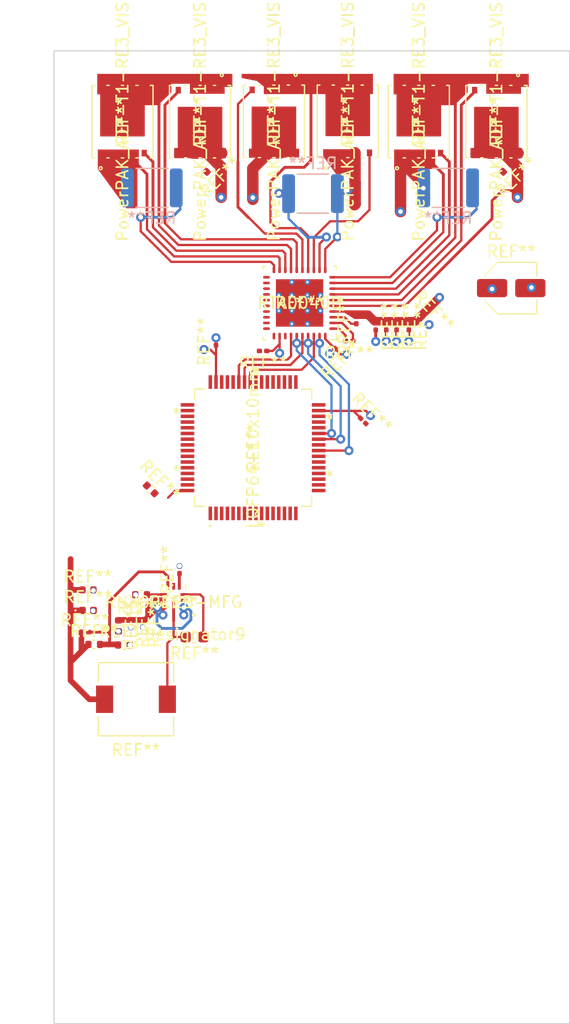
<source format=kicad_pcb>
(kicad_pcb (version 20211014) (generator pcbnew)
  (layers (0 "F.Cu" signal) (1 "In1.Cu" signal) (2 "In2.Cu" signal) (31 "B.Cu" signal) (34 "B.Paste" user) (35 "F.Paste" user) (36 "B.SilkS" user "B.Silkscreen") (37 "F.SilkS" user "F.Silkscreen") (38 "B.Mask" user) (39 "F.Mask" user) (44 "Edge.Cuts" user))
  (net 0 "")
  (footprint "Capacitor_SMD:C_0603_1608Metric" (layer "F.Cu") (at 155.085 116.12 180)
    (fp_text reference "REF**")
    (fp_text value "C_0603_1608Metric")
  )
  (footprint "Capacitor_SMD:C_0402_1005Metric" (layer "F.Cu") (at 175.264411 88.389411 -45)
    (fp_text reference "REF**")
    (fp_text value "C_0402_1005Metric")
  )
  (footprint "Capacitor_SMD:C_0402_1005Metric" (layer "F.Cu") (at 156.5 75.05 -135)
    (fp_text reference "REF**")
    (fp_text value "C_0402_1005Metric")
  )
  (footprint "Capacitor_SMD:C_0201_0603Metric" (layer "F.Cu") (at 145.5 115.695)
    (fp_text reference "REF**")
    (fp_text value "C_0201_0603Metric")
  )
  (footprint "DRV8323:DRV8323HRTAR" (layer "F.Cu") (at 164.3 86.875 180)
    (fp_text reference "REF**")
    (fp_text value "RTA0040B")
  )
  (footprint "Capacitor_SMD:C_0402_1005Metric" (layer "F.Cu") (at 182.475 75.05 -135)
    (fp_text reference "REF**")
    (fp_text value "C_0402_1005Metric")
  )
  (footprint "Capacitor_SMD:C_0201_0603Metric" (layer "F.Cu") (at 168.65 90.2 180)
    (fp_text reference "REF**")
    (fp_text value "C_0201_0603Metric")
  )
  (footprint "Capacitor_SMD:C_0201_0603Metric" (layer "F.Cu") (at 150.55 114.945 -90)
    (fp_text reference "REF**")
    (fp_text value "C_0201_0603Metric")
  )
  (footprint "Capacitor_SMD:C_0201_0603Metric" (layer "F.Cu") (at 167.175 91.1 -135)
    (fp_text reference "REF**")
    (fp_text value "C_0201_0603Metric")
  )
  (footprint "Capacitor_SMD:C_0201_0603Metric" (layer "F.Cu") (at 173.875 88.925 -90)
    (fp_text reference "REF**")
    (fp_text value "C_0201_0603Metric")
  )
  (footprint "Resistor_SMD:R_0402_1005Metric" (layer "F.Cu") (at 150.41 112.42 180)
    (fp_text reference "REF**")
    (fp_text value "R_0402_1005Metric")
  )
  (footprint "Capacitor_SMD:C_0201_0603Metric" (layer "F.Cu") (at 156.975 90.25 90)
    (fp_text reference "REF**")
    (fp_text value "C_0201_0603Metric")
  )
  (footprint "Capacitor_SMD:C_0201_0603Metric" (layer "F.Cu") (at 171.9 88.925 -90)
    (fp_text reference "REF**")
    (fp_text value "C_0201_0603Metric")
  )
  (footprint "Capacitor_SMD:C_0201_0603Metric" (layer "F.Cu") (at 169.875 97.2 -45)
    (fp_text reference "REF**")
    (fp_text value "C_0201_0603Metric")
  )
  (footprint "Capacitor_SMD:C_0201_0603Metric" (layer "F.Cu") (at 149.5 114.945 -90)
    (fp_text reference "REF**")
    (fp_text value "C_0201_0603Metric")
  )
  (footprint "lmr360:LMR36015SARNXR" (layer "F.Cu") (at 153.26 113.075001 180)
    (fp_text reference "REF**")
    (fp_text value "RNX0012B-MFG")
  )
  (footprint "stm32f405:STM32F405RGT6" (layer "F.Cu") (at 160.225 99.55 90)
    (fp_text reference "REF**")
    (fp_text value "LQFP64-10x10mm")
  )
  (footprint "Capacitor_SMD:C_0402_1005Metric" (layer "F.Cu") (at 148.425 115.145 -90)
    (fp_text reference "REF**")
    (fp_text value "C_0402_1005Metric")
  )
  (footprint "Capacitor_SMD:C_Elec_4x5.4" (layer "F.Cu") (at 182.85 85.575)
    (fp_text reference "REF**")
    (fp_text value "C_Elec_4x5.4")
  )
  (footprint "Capacitor_SMD:C_0402_1005Metric" (layer "F.Cu") (at 145.75 111.995)
    (fp_text reference "REF**")
    (fp_text value "C_0402_1005Metric")
  )
  (footprint "Inductor_SMD:L_6.3x6.3_H3" (layer "F.Cu") (at 149.96 121.57 180)
    (fp_text reference "REF**")
    (fp_text value "L_6.3x6.3_H3")
  )
  (footprint "SIDR:SIDR5802EP-T1-RE3" (layer "F.Cu") (at 181.55 71 -90)
    (fp_text reference "REF**")
    (fp_text value "PowerPAK_ADP-T1-RE3_VIS")
  )
  (footprint "SIDR:SIDR5802EP-T1-RE3" (layer "F.Cu") (at 174.75115 71 90)
    (fp_text reference "REF**")
    (fp_text value "PowerPAK_ADP-T1-RE3_VIS")
  )
  (footprint "Capacitor_SMD:C_0201_0603Metric" (layer "F.Cu") (at 161.1 91.075 180)
    (fp_text reference "REF**")
    (fp_text value "C_0201_0603Metric")
  )
  (footprint "SIDR:SIDR5802EP-T1-RE3" (layer "F.Cu") (at 155.575 71 -90)
    (fp_text reference "REF**")
    (fp_text value "PowerPAK_ADP-T1-RE3_VIS")
  )
  (footprint "SIDR:SIDR5802EP-T1-RE3" (layer "F.Cu") (at 168.525 70.975 90)
    (fp_text reference "REF**")
    (fp_text value "PowerPAK_ADP-T1-RE3_VIS")
  )
  (footprint "Resistor_SMD:R_0402_1005Metric" (layer "F.Cu") (at 148.9 116.82)
    (fp_text reference "REF**")
    (fp_text value "R_0402_1005Metric")
  )
  (footprint "Diode_SMD:D_0402_1005Metric" (layer "F.Cu") (at 145.75 113.795)
    (fp_text reference "REF**")
    (fp_text value "D_0402_1005Metric")
  )
  (footprint "Capacitor_SMD:C_0201_0603Metric" (layer "F.Cu") (at 153.775 110.245 90)
    (fp_text reference "REF**")
    (fp_text value "C_0201_0603Metric")
  )
  (footprint "Capacitor_SMD:C_0402_1005Metric" (layer "F.Cu") (at 151.25 103.2 -45)
    (fp_text reference "REF**")
    (fp_text value "C_0402_1005Metric")
  )
  (footprint "SIDR:SIDR5802EP-T1-RE3" (layer "F.Cu") (at 162.05 70.975 -90)
    (fp_text reference "REF**")
    (fp_text value "PowerPAK_ADP-T1-RE3_VIS")
  )
  (footprint "SIDR:SIDR5802EP-T1-RE3" (layer "F.Cu") (at 148.77615 71 90)
    (fp_text reference "REF**")
    (fp_text value "PowerPAK_ADP-T1-RE3_VIS")
  )
  (footprint "Capacitor_SMD:C_0201_0603Metric" (layer "F.Cu") (at 172.8 88.925 -90)
    (fp_text reference "REF**")
    (fp_text value "C_0201_0603Metric")
  )
  (footprint "Capacitor_SMD:C_0201_0603Metric" (layer "F.Cu") (at 170.975 88.925 -90)
    (fp_text reference "REF**")
    (fp_text value "C_0201_0603Metric")
  )
  (footprint "Resistor_SMD:R_0402_1005Metric" (layer "F.Cu") (at 146.3 116.77)
    (fp_text reference "REF**")
    (fp_text value "R_0402_1005Metric")
  )
  (footprint "Capacitor_SMD:C_0201_0603Metric" (layer "F.Cu") (at 169.275 88.375 90)
    (fp_text reference "REF**")
    (fp_text value "C_0201_0603Metric")
  )
  (footprint "Resistor_SMD:R_1812_4532Metric" (layer "B.Cu") (at 177.325 76.8)
    (fp_text reference "REF**")
    (fp_text value "R_1812_4532Metric")
  )
  (footprint "Resistor_SMD:R_1812_4532Metric" (layer "B.Cu") (at 151.35 76.8)
    (fp_text reference "REF**")
    (fp_text value "R_1812_4532Metric")
  )
  (footprint "Resistor_SMD:R_1812_4532Metric" (layer "B.Cu") (at 165.475 77.3 180)
    (fp_text reference "REF**")
    (fp_text value "R_1812_4532Metric")
  )
  (gr_poly (pts (xy 184.375 67.95) (xy 183.7 67.95) (xy 183.7 68.55) (xy 180.675 68.55) (xy 180.675 67.675) (xy 179.025 67.675) (xy 179.025 68.425) (xy 178.9 68.55) (xy 178.075 69.35) (xy 178.075 69.55) (xy 176.7 69.55) (xy 176.7 68.6) (xy 172.55 68.6) (xy 172.55 66.825) (xy 184.375 66.825)) (layer "F.Cu") (width 0.02) (fill solid))
  (gr_poly (pts (xy 183.725 74.1) (xy 179.375 74.1) (xy 179.375 73.4) (xy 183.725 73.4)) (layer "F.Cu") (width 0.2) (fill solid))
  (gr_poly (pts (xy 176.175 75.15) (xy 172.6 75.15) (xy 172.6 73.45) (xy 176.175 73.45)) (layer "F.Cu") (width 0.02) (fill solid))
  (gr_poly (pts (xy 150.2 75.15) (xy 146.625 75.15) (xy 146.625 73.45) (xy 150.2 73.45)) (layer "F.Cu") (width 0.02) (fill solid))
  (gr_poly (pts (xy 157.75 74.1) (xy 153.4 74.1) (xy 153.4 73.4) (xy 157.75 73.4)) (layer "F.Cu") (width 0.2) (fill solid))
  (gr_poly (pts (xy 164.249304 74.128007) (xy 159.874304 74.153007) (xy 159.875 73.375) (xy 164.25 73.375)) (layer "F.Cu") (width 0.02) (fill solid))
  (gr_poly (pts (xy 158.4 67.95) (xy 157.725 67.95) (xy 157.725 68.55) (xy 154.7 68.55) (xy 154.7 67.675) (xy 153.05 67.675) (xy 153.05 68.425) (xy 152.925 68.55) (xy 152.1 69.35) (xy 152.1 69.55) (xy 150.725 69.55) (xy 150.725 68.6) (xy 146.575 68.6) (xy 146.575 66.825) (xy 158.4 66.825)) (layer "F.Cu") (width 0.02) (fill solid))
  (gr_poly (pts (xy 169.475 88.275) (xy 169.1 88.275) (xy 168.225 87.725) (xy 168.225 87.525) (xy 169.475 87.525)) (layer "F.Cu") (width 0.002) (fill solid))
  (gr_poly (pts (xy 170.725 68.575) (xy 161.175 68.575) (xy 161.175 67.925) (xy 160.55 67.425) (xy 159.225 67.175) (xy 159.225 66.825) (xy 170.725 66.825)) (layer "F.Cu") (width 0.02) (fill solid))
  (gr_poly (pts (xy 154.075 103.45) (xy 153.875 103.45) (xy 153.675 103.4) (xy 153.675 103.2) (xy 153.875 103.15) (xy 154.075 103.15)) (layer "F.Cu") (width 0.002) (fill solid))
  (gr_poly (pts (xy 169.4 74.025) (xy 169.075 75.6) (xy 167.5 75.575) (xy 166.375 74.025) (xy 166.375 73.425) (xy 169.4 73.425)) (layer "F.Cu") (width 0.02) (fill solid))
  (gr_poly (pts (xy 150.075 78.575) (xy 149.125 78.575) (xy 146.625 75.15) (xy 150.075 75.15)) (layer "F.Cu") (width 0.02) (fill solid))
  (gr_rect (start 142.775 64.8) (end 187.975 149.975) (layer "Edge.Cuts") (width 0.1) (fill none))
  (segment (start 169.325 88.695) (end 168.82 88.695) (width 0.2) (layer "F.Cu") (net 0))
  (segment (start 164.025 80.8) (end 161.25 80.8) (width 0.2) (layer "F.Cu") (net 0))
  (segment (start 162.4 82.8) (end 153.3 82.8) (width 0.2) (layer "F.Cu") (net 0))
  (segment (start 153.675 81.8) (end 163.2 81.8) (width 0.2) (layer "F.Cu") (net 0))
  (segment (start 178.475 79.8) (end 178.475 79.65) (width 0.25) (layer "F.Cu") (net 0))
  (segment (start 164.375 80.325) (end 162.25 80.325) (width 0.2) (layer "F.Cu") (net 0))
  (segment (start 161.42 91.075) (end 161.95 91.075) (width 0.2) (layer "F.Cu") (net 0))
  (segment (start 162.685 73.729998) (end 161.570002 73.729998) (width 1) (layer "F.Cu") (net 0))
  (segment (start 166.550001 89.774999) (end 166.550001 90.025001) (width 0.2) (layer "F.Cu") (net 0))
  (segment (start 156.974999 93.800001) (end 156.974999 91.449999) (width 0.2) (layer "F.Cu") (net 0))
  (segment (start 152.35 110.42) (end 150.2 110.42) (width 0.25) (layer "F.Cu") (net 0))
  (segment (start 164.05 81.6) (end 163.75 81.3) (width 0.2) (layer "F.Cu") (net 0))
  (segment (start 164.7 75) (end 165.3 74.4) (width 0.25) (layer "F.Cu") (net 0))
  (segment (start 145.18 115.695) (end 145.18 117.365) (width 0.5) (layer "F.Cu") (net 0))
  (segment (start 145.15 120.845) (end 144.9 120.595) (width 0.5) (layer "F.Cu") (net 0))
  (segment (start 175.95 74.65) (end 176.9 75.6) (width 0.25) (layer "F.Cu") (net 0))
  (segment (start 165.974999 99.8) (end 168.625 99.8) (width 0.2) (layer "F.Cu") (net 0))
  (segment (start 147.65 116.77) (end 148.34 116.77) (width 0.5) (layer "F.Cu") (net 0))
  (segment (start 162.049999 83.549999) (end 161.775 83.275) (width 0.2) (layer "F.Cu") (net 0))
  (segment (start 163.550002 82.150002) (end 163.550002 83.975001) (width 0.2) (layer "F.Cu") (net 0))
  (segment (start 162.550001 89.774999) (end 162.550001 90.474999) (width 0.2) (layer "F.Cu") (net 0))
  (segment (start 150.375 80.6) (end 150.375 79.375) (width 0.2) (layer "F.Cu") (net 0))
  (segment (start 169.175 76.35) (end 169.175 78.225) (width 1) (layer "F.Cu") (net 0))
  (segment (start 170.3 87.9) (end 169.275 87.9) (width 0.75) (layer "F.Cu") (net 0))
  (segment (start 147.5 115.695) (end 147.65 115.545) (width 0.25) (layer "F.Cu") (net 0))
  (segment (start 175.575 85.1) (end 181.175 79.5) (width 0.25) (layer "F.Cu") (net 0))
  (segment (start 182.185 73.754998) (end 183.4 74.969998) (width 1) (layer "F.Cu") (net 0))
  (segment (start 168.33 89.705) (end 168.33 90.2) (width 0.2) (layer "F.Cu") (net 0))
  (segment (start 165.050001 83.975001) (end 165.050001 81.000001) (width 0.2) (layer "F.Cu") (net 0))
  (segment (start 170.43 78.72) (end 170.43 73.729998) (width 0.2) (layer "F.Cu") (net 0))
  (segment (start 183.4 77.05) (end 183.4 77.625) (width 1) (layer "F.Cu") (net 0))
  (segment (start 165.974999 98.3) (end 167.1 98.3) (width 0.2) (layer "F.Cu") (net 0))
  (segment (start 145.875 121.57) (end 145.15 120.845) (width 0.5) (layer "F.Cu") (net 0))
  (segment (start 152.5 69.55) (end 153.67 68.38) (width 0.25) (layer "F.Cu") (net 0))
  (segment (start 163.2 81.8) (end 163.550002 82.150002) (width 0.2) (layer "F.Cu") (net 0))
  (segment (start 145.775 116.77) (end 145.0125 117.5325) (width 0.5) (layer "F.Cu") (net 0))
  (segment (start 151.975 67.2) (end 151.975 79.575) (width 0.25) (layer "F.Cu") (net 0))
  (segment (start 144.225 119.92) (end 144.225 119.245) (width 0.5) (layer "F.Cu") (net 0))
  (segment (start 167.199999 89.125001) (end 167.750001 89.125001) (width 0.2) (layer "F.Cu") (net 0))
  (segment (start 167.199999 85.125001) (end 172.45 85.125) (width 0.2) (layer "F.Cu") (net 0))
  (segment (start 168.975 90.275) (end 169 90.3) (width 0.2) (layer "F.Cu") (net 0))
  (segment (start 167.199999 87.625001) (end 168.3 87.625) (width 0.2) (layer "F.Cu") (net 0))
  (segment (start 179.645 68.38) (end 179.645 68.245002) (width 0.25) (layer "F.Cu") (net 0))
  (segment (start 158.975 92.35) (end 158.975 93.800001) (width 0.2) (layer "F.Cu") (net 0))
  (segment (start 167.199999 86.125002) (end 167.200001 86.125) (width 0.2) (layer "F.Cu") (net 0))
  (segment (start 160.2 75.1) (end 160.2 77.65) (width 1) (layer "F.Cu") (net 0))
  (segment (start 144.225 113.645) (end 144.225 112.02) (width 0.5) (layer "F.Cu") (net 0))
  (segment (start 154.94 73.754998) (end 155.404998 73.754998) (width 0.75) (layer "F.Cu") (net 0))
  (segment (start 162.550001 83.975001) (end 162.550001 82.950001) (width 0.2) (layer "F.Cu") (net 0))
  (segment (start 145.265 113.795) (end 144.375 113.795) (width 0.5) (layer "F.Cu") (net 0))
  (segment (start 172.45 85.125) (end 176.9 80.675) (width 0.2) (layer "F.Cu") (net 0))
  (segment (start 178.475 69.55) (end 179.645 68.38) (width 0.25) (layer "F.Cu") (net 0))
  (segment (start 158.9 78.475) (end 159.825 79.4) (width 0.25) (layer "F.Cu") (net 0))
  (segment (start 166 96.325) (end 165.974999 96.299999) (width 0.2) (layer "F.Cu") (net 0))
  (segment (start 162.550001 90.474999) (end 162.55 91.275) (width 0.2) (layer "F.Cu") (net 0))
  (segment (start 152.5 79.65) (end 152.5 69.55) (width 0.25) (layer "F.Cu") (net 0))
  (segment (start 163.550002 91.524998) (end 163.25 91.825) (width 0.2) (layer "F.Cu") (net 0))
  (segment (start 164.05 83.975001) (end 164.05 81.6) (width 0.2) (layer "F.Cu") (net 0))
  (segment (start 176.65615 73.754998) (end 176.65615 73.78115) (width 0.25) (layer "F.Cu") (net 0))
  (segment (start 151.975 80.1) (end 153.675 81.8) (width 0.2) (layer "F.Cu") (net 0))
  (segment (start 144.375 113.795) (end 144.225 113.645) (width 0.5) (layer "F.Cu") (net 0))
  (segment (start 145.79 116.77) (end 145.775 116.77) (width 0.5) (layer "F.Cu") (net 0))
  (segment (start 176.5625 86.3875) (end 174.475 88.475) (width 0.75) (layer "F.Cu") (net 0))
  (segment (start 160.2 77.65) (end 160.2 77.8) (width 1) (layer "F.Cu") (net 0))
  (segment (start 153.67 68.38) (end 153.67 68.245002) (width 0.25) (layer "F.Cu") (net 0))
  (segment (start 151.025 114.195) (end 151.105001 114.275001) (width 0.5) (layer "F.Cu") (net 0))
  (segment (start 177.425 79.375) (end 177.425 74.523848) (width 0.25) (layer "F.Cu") (net 0))
  (segment (start 165.050001 81.000001) (end 164.375 80.325) (width 0.2) (layer "F.Cu") (net 0))
  (segment (start 152.71 116.67) (end 153.26 116.12) (width 0.2) (layer "F.Cu") (net 0))
  (segment (start 145.82 115.695) (end 147.5 115.695) (width 0.25) (layer "F.Cu") (net 0))
  (segment (start 177.95 81.15) (end 177.95 79.575) (width 0.2) (layer "F.Cu") (net 0))
  (segment (start 173.475 74.725) (end 175.15 76.4) (width 1) (layer "F.Cu") (net 0))
  (segment (start 157.425 74.969998) (end 157.425 77.625) (width 1) (layer "F.Cu") (net 0))
  (segment (start 162.049999 83.975001) (end 162.049999 83.549999) (width 0.2) (layer "F.Cu") (net 0))
  (segment (start 155.86 112.67) (end 155.585 112.395) (width 0.2) (layer "F.Cu") (net 0))
  (segment (start 152.359999 112.9) (end 151.545 112.9) (width 0.5) (layer "F.Cu") (net 0))
  (segment (start 164.475 92.725) (end 160.2 92.725) (width 0.2) (layer "F.Cu") (net 0))
  (segment (start 155.585 112.395) (end 154.165002 112.395) (width 0.2) (layer "F.Cu") (net 0))
  (segment (start 164.55 91.25) (end 164.55 89.774999) (width 0.2) (layer "F.Cu") (net 0))
  (segment (start 167.9 98.8) (end 167.95 98.8) (width 0.2) (layer "F.Cu") (net 0))
  (segment (start 168.975 89.575) (end 168.975 90.275) (width 0.2) (layer "F.Cu") (net 0))
  (segment (start 155.86 116.12) (end 155.86 112.67) (width 0.2) (layer "F.Cu") (net 0))
  (segment (start 172.975 86.125) (end 177.95 81.15) (width 0.2) (layer "F.Cu") (net 0))
  (segment (start 152.71 121.57) (end 152.71 116.67) (width 0.2) (layer "F.Cu") (net 0))
  (segment (start 153.759999 111.675001) (end 153.759999 110.604999) (width 0.25) (layer "F.Cu") (net 0))
  (segment (start 165.55 89.774999) (end 165.55 91.65) (width 0.2) (layer "F.Cu") (net 0))
  (segment (start 159.5 91.825) (end 158.975 92.35) (width 0.2) (layer "F.Cu") (net 0))
  (segment (start 153.26 113.863) (end 153.26 116.12) (width 0.2) (layer "F.Cu") (net 0))
  (segment (start 152.5 79.9) (end 152.5 79.65) (width 0.2) (layer "F.Cu") (net 0))
  (segment (start 181.175 79.5) (end 181.175 77.925) (width 0.25) (layer "F.Cu") (net 0))
  (segment (start 166.050002 89.774999) (end 166.050002 90.399998) (width 0.2) (layer "F.Cu") (net 0))
  (segment (start 162.8 82.3) (end 153.5 82.3) (width 0.2) (layer "F.Cu") (net 0))
  (segment (start 165.55 81.15) (end 166.975 79.725) (width 0.2) (layer "F.Cu") (net 0))
  (segment (start 150.68115 73.754998) (end 150.68115 73.78115) (width 0.25) (layer "F.Cu") (net 0))
  (segment (start 167.199999 84.624999) (end 172.225 84.625) (width 0.2) (layer "F.Cu") (net 0))
  (segment (start 151.975 79.575) (end 151.975 80.1) (width 0.2) (layer "F.Cu") (net 0))
  (segment (start 183.455 73.754998) (end 183.370002 73.754998) (width 1) (layer "F.Cu") (net 0))
  (segment (start 152.359999 113.550001) (end 151.830001 113.550001) (width 0.5) (layer "F.Cu") (net 0))
  (segment (start 167.199999 88.125) (end 168.25 88.125) (width 0.2) (layer "F.Cu") (net 0))
  (segment (start 161.95 91.075) (end 162.550001 90.474999) (width 0.2) (layer "F.Cu") (net 0))
  (segment (start 176.9 80.675) (end 176.9 79.175) (width 0.2) (layer "F.Cu") (net 0))
  (segment (start 165.55 91.65) (end 164.475 92.725) (width 0.2) (layer "F.Cu") (net 0))
  (segment (start 156.475 90.95) (end 155.925 90.95) (width 0.2) (layer "F.Cu") (net 0))
  (segment (start 167.750001 89.125001) (end 168.33 89.705) (width 0.2) (layer "F.Cu") (net 0))
  (segment (start 173.875 89.825) (end 173.875 90.225) (width 0.25) (layer "F.Cu") (net 0))
  (segment (start 150.925 80.425) (end 150.925 79.175) (width 0.2) (layer "F.Cu") (net 0))
  (segment (start 178.475 81.4) (end 178.475 79.65) (width 0.2) (layer "F.Cu") (net 0))
  (segment (start 173.875 89.245) (end 173.875 89.825) (width 0.25) (layer "F.Cu") (net 0))
  (segment (start 150.939999 112.400001) (end 150.92 112.42) (width 0.2) (layer "F.Cu") (net 0))
  (segment (start 177.925 67.175) (end 177.95 67.2) (width 0.25) (layer "F.Cu") (net 0))
  (segment (start 153.05 83.275) (end 150.375 80.6) (width 0.2) (layer "F.Cu") (net 0))
  (segment (start 151.45 79.375) (end 151.45 74.523848) (width 0.25) (layer "F.Cu") (net 0))
  (segment (start 183.4 74.969998) (end 183.4 77.05) (width 1) (layer "F.Cu") (net 0))
  (segment (start 160.145 68.220002) (end 158.9 69.465002) (width 0.2) (layer "F.Cu") (net 0))
  (segment (start 165.025 68.275) (end 165.025 68.025) (width 0.25) (layer "F.Cu") (net 0))
  (segment (start 154.94 73.754998) (end 155.579998 73.754998) (width 1) (layer "F.Cu") (net 0))
  (segment (start 161.25 80.8) (end 159.85 79.4) (width 0.2) (layer "F.Cu") (net 0))
  (segment (start 144.9 120.595) (end 144.225 119.92) (width 0.5) (layer "F.Cu") (net 0))
  (segment (start 166.05 90.4) (end 166.050002 90.399998) (width 0.2) (layer "F.Cu") (net 0))
  (segment (start 150.755002 114.625) (end 151.105001 114.275001) (width 0.5) (layer "F.Cu") (net 0))
  (segment (start 166.050002 83.975001) (end 166.050002 81.699998) (width 0.2) (layer "F.Cu") (net 0))
  (segment (start 173.55 87.125) (end 175.575 85.1) (width 0.2) (layer "F.Cu") (net 0))
  (segment (start 167.199999 86.625) (end 173.25 86.625) (width 0.2) (layer "F.Cu") (net 0))
  (segment (start 164.55 83.975001) (end 164.55 81.325) (width 0.2) (layer "F.Cu") (net 0))
  (segment (start 152.75 110.82) (end 152.35 110.42) (width 0.25) (layer "F.Cu") (net 0))
  (segment (start 150.55 114.625) (end 150.755002 114.625) (width 0.5) (layer "F.Cu") (net 0))
  (segment (start 153.75 110.595) (end 153.759999 110.604999) (width 0.25) (layer "F.Cu") (net 0))
  (segment (start 159.474999 92.575001) (end 159.75 92.3) (width 0.2) (layer "F.Cu") (net 0))
  (segment (start 169.16 76.335) (end 169.175 76.35) (width 1) (layer "F.Cu") (net 0))
  (segment (start 152.75 111.665) (end 152.75 110.82) (width 0.25) (layer "F.Cu") (net 0))
  (segment (start 151.025 113.42) (end 151.025 114.195) (width 0.5) (layer "F.Cu") (net 0))
  (segment (start 180.915 73.754998) (end 181.379998 73.754998) (width 0.75) (layer "F.Cu") (net 0))
  (segment (start 144.225 112.02) (end 144.225 109.295) (width 0.5) (layer "F.Cu") (net 0))
  (segment (start 157.48 73.754998) (end 157.395002 73.754998) (width 1) (layer "F.Cu") (net 0))
  (segment (start 149.975 73.725) (end 149.975 74.65) (width 0.25) (layer "F.Cu") (net 0))
  (segment (start 150.55 114.62) (end 150.55 114.625) (width 0.25) (layer "F.Cu") (net 0))
  (segment (start 169.16 73.729998) (end 169.16 76.335) (width 1) (layer "F.Cu") (net 0))
  (segment (start 158.9 69.465002) (end 158.9 74.525) (width 0.2) (layer "F.Cu") (net 0))
  (segment (start 147.21 121.57) (end 145.875 121.57) (width 0.5) (layer "F.Cu") (net 0))
  (segment (start 148.34 116.77) (end 148.39 116.82) (width 0.5) (layer "F.Cu") (net 0))
  (segment (start 163.05 82.55) (end 162.8 82.3) (width 0.2) (layer "F.Cu") (net 0))
  (segment (start 166.550001 82.149999) (end 167.6125 81.0875) (width 0.2) (layer "F.Cu") (net 0))
  (segment (start 176.575 86.375) (end 176.5625 86.3875) (width 0.75) (layer "F.Cu") (net 0))
  (segment (start 175.95 73.725) (end 175.95 74.65) (width 0.25) (layer "F.Cu") (net 0))
  (segment (start 149.5 114.625) (end 150.55 114.625) (width 0.5) (layer "F.Cu") (net 0))
  (segment (start 163 75) (end 164.7 75) (width 0.25) (layer "F.Cu") (net 0))
  (segment (start 166.050002 81.699998) (end 166.65 81.1) (width 0.2) (layer "F.Cu") (net 0))
  (segment (start 167.200001 86.125) (end 172.975 86.125) (width 0.2) (layer "F.Cu") (net 0))
  (segment (start 161.570002 73.729998) (end 160.2 75.1) (width 1) (layer "F.Cu") (net 0))
  (segment (start 181.175 77.925) (end 182.05 77.05) (width 0.25) (layer "F.Cu") (net 0))
  (segment (start 165.3 74.4) (end 165.3 68.55) (width 0.25) (layer "F.Cu") (net 0))
  (segment (start 153.3 82.8) (end 150.925 80.425) (width 0.2) (layer "F.Cu") (net 0))
  (segment (start 162.550001 82.950001) (end 162.4 82.8) (width 0.2) (layer "F.Cu") (net 0))
  (segment (start 166.550001 90.025001) (end 167.9 91.375) (width 0.2) (layer "F.Cu") (net 0))
  (segment (start 144.225 118.32) (end 144.225 113.645) (width 0.5) (layer "F.Cu") (net 0))
  (segment (start 168.82 88.695) (end 168.25 88.125) (width 0.2) (layer "F.Cu") (net 0))
  (segment (start 164.05 89.774999) (end 164.05 90.4) (width 0.2) (layer "F.Cu") (net 0))
  (segment (start 169.025 96.325) (end 169.525 96.825) (width 0.2) (layer "F.Cu") (net 0))
  (segment (start 174.475 88.475) (end 170.875 88.475) (width 0.75) (layer "F.Cu") (net 0))
  (segment (start 169.175 78.225) (end 169.125 78.275) (width 1) (layer "F.Cu") (net 0))
  (segment (start 151.45 74.523848) (end 150.68115 73.754998) (width 0.25) (layer "F.Cu") (net 0))
  (segment (start 145.27 111.995) (end 144.25 111.995) (width 0.5) (layer "F.Cu") (net 0))
  (segment (start 159.474999 93.800001) (end 159.474999 92.575001) (width 0.2) (layer "F.Cu") (net 0))
  (segment (start 167.9 91.375) (end 168.4 91.375) (width 0.2) (layer "F.Cu") (net 0))
  (segment (start 159.85 79.4) (end 159.825 79.4) (width 0.2) (layer "F.Cu") (net 0))
  (segment (start 167.199999 88.625002) (end 168.025002 88.625002) (width 0.2) (layer "F.Cu") (net 0))
  (segment (start 152.5 79.8) (end 152.5 79.65) (width 0.25) (layer "F.Cu") (net 0))
  (segment (start 175.15 76.4) (end 175.15 76.825) (width 1) (layer "F.Cu") (net 0))
  (segment (start 147.65 115.545) (end 147.65 116.77) (width 0.25) (layer "F.Cu") (net 0))
  (segment (start 168.025002 88.625002) (end 168.975 89.575) (width 0.2) (layer "F.Cu") (net 0))
  (segment (start 173.15 75.05) (end 173.475 74.725) (width 1) (layer "F.Cu") (net 0))
  (segment (start 152.760001 111.675001) (end 152.75 111.665) (width 0.25) (layer "F.Cu") (net 0))
  (segment (start 145.0125 117.5325) (end 144.225 118.32) (width 0.5) (layer "F.Cu") (net 0))
  (segment (start 151.95 67.175) (end 151.975 67.2) (width 0.25) (layer "F.Cu") (net 0))
  (segment (start 150.2 110.42) (end 147.65 112.97) (width 0.25) (layer "F.Cu") (net 0))
  (segment (start 156.974999 91.449999) (end 156.975 90.525) (width 0.2) (layer "F.Cu") (net 0))
  (segment (start 165.050001 89.774999) (end 165.05 90.4) (width 0.2) (layer "F.Cu") (net 0))
  (segment (start 164.55 81.325) (end 164.025 80.8) (width 0.2) (layer "F.Cu") (net 0))
  (segment (start 178.475 79.65) (end 178.475 69.55) (width 0.25) (layer "F.Cu") (net 0))
  (segment (start 169.025 96.325) (end 166 96.325) (width 0.2) (layer "F.Cu") (net 0))
  (segment (start 169.425 79.725) (end 170.43 78.72) (width 0.2) (layer "F.Cu") (net 0))
  (segment (start 144.225 119.245) (end 144.225 118.32) (width 0.5) (layer "F.Cu") (net 0))
  (segment (start 144.25 111.995) (end 144.225 112.02) (width 0.5) (layer "F.Cu") (net 0))
  (segment (start 163.05 83.975001) (end 163.05 82.55) (width 0.2) (layer "F.Cu") (net 0))
  (segment (start 162.25 80.325) (end 161.75 79.825) (width 0.2) (layer "F.Cu") (net 0))
  (segment (start 154.31 116.12) (end 153.26 116.12) (width 0.2) (layer "F.Cu") (net 0))
  (segment (start 156.21 73.754998) (end 157.425 74.969998) (width 1) (layer "F.Cu") (net 0))
  (segment (start 161.75 79.825) (end 161.75 76.25) (width 0.2) (layer "F.Cu") (net 0))
  (segment (start 173.15 78.875) (end 173.15 75.05) (width 1) (layer "F.Cu") (net 0))
  (segment (start 144.225 112.02) (end 144.225 111.62) (width 0.5) (layer "F.Cu") (net 0))
  (segment (start 172.8 89.245) (end 172.8 90.25) (width 0.25) (layer "F.Cu") (net 0))
  (segment (start 153.4 103.3) (end 152.775 103.925) (width 0.2) (layer "F.Cu") (net 0))
  (segment (start 167.199999 87.125) (end 173.55 87.125) (width 0.2) (layer "F.Cu") (net 0))
  (segment (start 166.550001 83.975001) (end 166.550001 82.149999) (width 0.2) (layer "F.Cu") (net 0))
  (segment (start 151.105001 114.275001) (end 151.830001 113.550001) (width 0.5) (layer "F.Cu") (net 0))
  (segment (start 146.81 116.77) (end 147.65 116.77) (width 0.5) (layer "F.Cu") (net 0))
  (segment (start 156.974999 91.449999) (end 156.475 90.95) (width 0.2) (layer "F.Cu") (net 0))
  (segment (start 182.05 77.05) (end 183.4 77.05) (width 0.25) (layer "F.Cu") (net 0))
  (segment (start 172.225 84.625) (end 176.35 80.5) (width 0.2) (layer "F.Cu") (net 0))
  (segment (start 176.9 75.6) (end 176.9 79.175) (width 0.25) (layer "F.Cu") (net 0))
  (segment (start 154.165002 112.395) (end 154.160001 112.400001) (width 0.2) (layer "F.Cu") (net 0))
  (segment (start 147.65 112.97) (end 147.65 115.545) (width 0.25) (layer "F.Cu") (net 0))
  (segment (start 161.775 83.275) (end 153.05 83.275) (width 0.2) (layer "F.Cu") (net 0))
  (segment (start 177.425 74.523848) (end 176.65615 73.754998) (width 0.25) (layer "F.Cu") (net 0))
  (segment (start 173.25 86.625) (end 178.475 81.4) (width 0.2) (layer "F.Cu") (net 0))
  (segment (start 151.830001 113.550001) (end 151.619999 113.550001) (width 0.25) (layer "F.Cu") (net 0))
  (segment (start 154.475001 103.3) (end 153.4 103.3) (width 0.2) (layer "F.Cu") (net 0))
  (segment (start 166.975 79.725) (end 169.425 79.725) (width 0.2) (layer "F.Cu") (net 0))
  (segment (start 171.9 89.245) (end 171.9 90.225) (width 0.25) (layer "F.Cu") (net 0))
  (segment (start 165.3 68.55) (end 165.025 68.275) (width 0.25) (layer "F.Cu") (net 0))
  (segment (start 145.18 117.365) (end 145.0125 117.5325) (width 0.5) (layer "F.Cu") (net 0))
  (segment (start 149.975 74.65) (end 150.925 75.6) (width 0.25) (layer "F.Cu") (net 0))
  (segment (start 159.975 92.95) (end 159.975 93.800001) (width 0.2) (layer "F.Cu") (net 0))
  (segment (start 176.35 80.5) (end 176.35 79.375) (width 0.2) (layer "F.Cu") (net 0))
  (segment (start 163.25 91.825) (end 159.5 91.825) (width 0.2) (layer "F.Cu") (net 0))
  (segment (start 151.45 80.25) (end 151.45 79.375) (width 0.2) (layer "F.Cu") (net 0))
  (segment (start 152.359999 112.400001) (end 150.939999 112.400001) (width 0.2) (layer "F.Cu") (net 0))
  (segment (start 165.974999 98.799999) (end 167.9 98.8) (width 0.2) (layer "F.Cu") (net 0))
  (segment (start 169.025 96.325) (end 170.125 96.325) (width 0.2) (layer "F.Cu") (net 0))
  (segment (start 150.925 75.6) (end 150.925 79.175) (width 0.25) (layer "F.Cu") (net 0))
  (segment (start 165.55 83.975001) (end 165.55 81.15) (width 0.2) (layer "F.Cu") (net 0))
  (segment (start 170.975 89.245) (end 170.975 90.25) (width 0.25) (layer "F.Cu") (net 0))
  (segment (start 153.5 82.3) (end 151.45 80.25) (width 0.2) (layer "F.Cu") (net 0))
  (segment (start 151.545 112.9) (end 151.025 113.42) (width 0.5) (layer "F.Cu") (net 0))
  (segment (start 170.125 96.325) (end 170.525 96.725) (width 0.2) (layer "F.Cu") (net 0))
  (segment (start 167.199999 85.625) (end 172.75 85.625) (width 0.2) (layer "F.Cu") (net 0))
  (segment (start 163.5 92.3) (end 164.55 91.25) (width 0.2) (layer "F.Cu") (net 0))
  (segment (start 148.465 114.625) (end 149.5 114.625) (width 0.5) (layer "F.Cu") (net 0))
  (segment (start 180.915 73.754998) (end 181.554998 73.754998) (width 1) (layer "F.Cu") (net 0))
  (segment (start 163.550002 89.774999) (end 163.550002 91.524998) (width 0.2) (layer "F.Cu") (net 0))
  (segment (start 160.2 92.725) (end 159.975 92.95) (width 0.2) (layer "F.Cu") (net 0))
  (segment (start 177.95 67.2) (end 177.95 79.575) (width 0.25) (layer "F.Cu") (net 0))
  (segment (start 159.75 92.3) (end 163.5 92.3) (width 0.2) (layer "F.Cu") (net 0))
  (segment (start 161.75 76.25) (end 163 75) (width 0.25) (layer "F.Cu") (net 0))
  (segment (start 153.9 81.3) (end 152.5 79.9) (width 0.2) (layer "F.Cu") (net 0))
  (segment (start 177.425 80.95) (end 177.425 79.375) (width 0.2) (layer "F.Cu") (net 0))
  (segment (start 163.75 81.3) (end 153.9 81.3) (width 0.2) (layer "F.Cu") (net 0))
  (segment (start 172.75 85.625) (end 177.425 80.95) (width 0.2) (layer "F.Cu") (net 0))
  (segment (start 170.875 88.475) (end 170.3 87.9) (width 0.75) (layer "F.Cu") (net 0))
  (segment (start 148.425 114.665) (end 148.465 114.625) (width 0.5) (layer "F.Cu") (net 0))
  (segment (start 158.9 74.525) (end 158.9 78.475) (width 0.25) (layer "F.Cu") (net 0))
  (via (at 166.65 81.1) (size 0.8) (drill 0.4) (layers "F.Cu" "B.Cu") (net 0))
  (via (at 165.05 90.4) (size 0.8) (drill 0.4) (layers "F.Cu" "B.Cu") (net 0))
  (via (at 152.325 114.195) (size 0.8) (drill 0.4) (layers "F.Cu" "B.Cu") (net 0))
  (via (at 150.375 79.375) (size 0.8) (drill 0.4) (layers "F.Cu" "B.Cu") (net 0))
  (via (at 153.775 109.895) (size 0.5) (drill 0.4) (layers "F.Cu" "B.Cu") (net 0))
  (via (at 173.15 78.875) (size 0.8) (drill 0.4) (layers "F.Cu" "B.Cu") (net 0))
  (via (at 157.425 77.625) (size 0.8) (drill 0.4) (layers "F.Cu" "B.Cu") (net 0))
  (via (at 168.4 91.375) (size 0.8) (drill 0.4) (layers "F.Cu" "B.Cu") (net 0))
  (via (at 166.95 91.325) (size 0.8) (drill 0.4) (layers "F.Cu" "B.Cu") (net 0))
  (via (at 184.625 85.525) (size 0.8) (drill 0.4) (layers "F.Cu" "B.Cu") (net 0))
  (via (at 167.6125 81.0875) (size 0.8) (drill 0.4) (layers "F.Cu" "B.Cu") (net 0))
  (via (at 162.55 91.275) (size 0.8) (drill 0.4) (layers "F.Cu" "B.Cu") (net 0))
  (via (at 160.2 77.65) (size 0.8) (drill 0.4) (layers "F.Cu" "B.Cu") (net 0))
  (via (at 171.9 90.225) (size 0.8) (drill 0.4) (layers "F.Cu" "B.Cu") (net 0))
  (via (at 151.830001 113.550001) (size 0.8) (drill 0.4) (layers "F.Cu" "B.Cu") (net 0))
  (via (at 146.2 113.82) (size 0.5) (drill 0.4) (layers "F.Cu" "B.Cu") (net 0))
  (via (at 175.65 88.775) (size 0.8) (drill 0.4) (layers "F.Cu" "B.Cu") (net 0))
  (via (at 166.05 90.4) (size 0.8) (drill 0.4) (layers "F.Cu" "B.Cu") (net 0))
  (via (at 154.15 113.545) (size 0.8) (drill 0.4) (layers "F.Cu" "B.Cu") (net 0))
  (via (at 149.925 112.42) (size 0.5) (drill 0.4) (layers "F.Cu" "B.Cu") (net 0))
  (via (at 167.9 98.8) (size 0.8) (drill 0.4) (layers "F.Cu" "B.Cu") (net 0))
  (via (at 155.925 90.95) (size 0.8) (drill 0.4) (layers "F.Cu" "B.Cu") (net 0))
  (via (at 164.05 90.4) (size 0.8) (drill 0.4) (layers "F.Cu" "B.Cu") (net 0))
  (via (at 172.8 90.25) (size 0.8) (drill 0.4) (layers "F.Cu" "B.Cu") (net 0))
  (via (at 156.975 89.925) (size 0.8) (drill 0.4) (layers "F.Cu" "B.Cu") (net 0))
  (via (at 173.875 90.225) (size 0.8) (drill 0.4) (layers "F.Cu" "B.Cu") (net 0))
  (via (at 149.5 115.295) (size 0.5) (drill 0.4) (layers "F.Cu" "B.Cu") (net 0))
  (via (at 183.4 77.625) (size 0.8) (drill 0.4) (layers "F.Cu" "B.Cu") (net 0))
  (via (at 149.425 116.82) (size 0.5) (drill 0.4) (layers "F.Cu" "B.Cu") (net 0))
  (via (at 168.625 99.8) (size 0.8) (drill 0.4) (layers "F.Cu" "B.Cu") (net 0))
  (via (at 148.425 115.62) (size 0.5) (drill 0.4) (layers "F.Cu" "B.Cu") (net 0))
  (via (at 170.975 90.25) (size 0.8) (drill 0.4) (layers "F.Cu" "B.Cu") (net 0))
  (via (at 150.55 115.27) (size 0.5) (drill 0.4) (layers "F.Cu" "B.Cu") (net 0))
  (via (at 154.15 114.195) (size 0.8) (drill 0.4) (layers "F.Cu" "B.Cu") (net 0))
  (via (at 150.375 79.375) (size 0.8) (drill 0.4) (layers "F.Cu" "B.Cu") (net 0))
  (via (at 162.5 77.275) (size 0.8) (drill 0.4) (layers "F.Cu" "B.Cu") (net 0))
  (via (at 181.175 85.65) (size 0.8) (drill 0.4) (layers "F.Cu" "B.Cu") (net 0))
  (via (at 176.35 79.375) (size 0.8) (drill 0.4) (layers "F.Cu" "B.Cu") (net 0))
  (via (at 146.225 112.045) (size 0.5) (drill 0.4) (layers "F.Cu" "B.Cu") (net 0))
  (via (at 170.525 96.725) (size 0.8) (drill 0.4) (layers "F.Cu" "B.Cu") (net 0))
  (via (at 176.5625 86.3875) (size 0.8) (drill 0.4) (layers "F.Cu" "B.Cu") (net 0))
  (via (at 167.1 98.3) (size 0.8) (drill 0.4) (layers "F.Cu" "B.Cu") (net 0))
  (via (at 175.15 76.825) (size 0.8) (drill 0.4) (layers "F.Cu" "B.Cu") (net 0))
  (via (at 176.35 79.375) (size 0.8) (drill 0.4) (layers "F.Cu" "B.Cu") (net 0))
  (segment (start 164.05 91.05) (end 164.05 90.4) (width 0.2) (layer "B.Cu") (net 0))
  (segment (start 153.125 79.375) (end 153.8375 78.6625) (width 0.25) (layer "B.Cu") (net 0))
  (segment (start 154.325 115.07) (end 154.025 115.37) (width 0.25) (layer "B.Cu") (net 0))
  (segment (start 153.8375 77.15) (end 153.4875 76.8) (width 0.2) (layer "B.Cu") (net 0))
  (segment (start 167.6125 77.3) (end 167.6125 81.0875) (width 0.2) (layer "B.Cu") (net 0))
  (segment (start 154.025 115.37) (end 152.225 115.37) (width 0.25) (layer "B.Cu") (net 0))
  (segment (start 154.15 113.545) (end 154.45 113.545) (width 0.25) (layer "B.Cu") (net 0))
  (segment (start 179.8125 78.6625) (end 179.8125 77.15) (width 0.2) (layer "B.Cu") (net 0))
  (segment (start 166.05 91.425) (end 166.05 90.4) (width 0.2) (layer "B.Cu") (net 0))
  (segment (start 151.8 114.945) (end 151.8 113.595) (width 0.25) (layer "B.Cu") (net 0))
  (segment (start 150.375 79.375) (end 153.125 79.375) (width 0.25) (layer "B.Cu") (net 0))
  (segment (start 163.3375 77.3) (end 163.3375 79.4875) (width 0.2) (layer "B.Cu") (net 0))
  (segment (start 163.3375 77.3) (end 162.525 77.3) (width 0.2) (layer "B.Cu") (net 0))
  (segment (start 167.1 94.1) (end 164.05 91.05) (width 0.2) (layer "B.Cu") (net 0))
  (segment (start 167.6125 77.3) (end 168.6 77.3) (width 0.2) (layer "B.Cu") (net 0))
  (segment (start 154.775 114.62) (end 154.325 115.07) (width 0.25) (layer "B.Cu") (net 0))
  (segment (start 167.1 98.3) (end 167.1 94.1) (width 0.2) (layer "B.Cu") (net 0))
  (segment (start 154.45 113.545) (end 154.775 113.87) (width 0.25) (layer "B.Cu") (net 0))
  (segment (start 179.8125 77.15) (end 179.4625 76.8) (width 0.2) (layer "B.Cu") (net 0))
  (segment (start 166.625 81.125) (end 166.65 81.1) (width 0.25) (layer "B.Cu") (net 0))
  (segment (start 164.975 81.125) (end 166.625 81.125) (width 0.25) (layer "B.Cu") (net 0))
  (segment (start 152.225 115.37) (end 151.8 114.945) (width 0.25) (layer "B.Cu") (net 0))
  (segment (start 153.8375 78.6625) (end 153.8375 77.15) (width 0.2) (layer "B.Cu") (net 0))
  (segment (start 165.05 91.325) (end 167.9 94.175) (width 0.2) (layer "B.Cu") (net 0))
  (segment (start 167.9 94.175) (end 167.9 98.8) (width 0.2) (layer "B.Cu") (net 0))
  (segment (start 165.05 90.4) (end 165.05 91.325) (width 0.2) (layer "B.Cu") (net 0))
  (segment (start 179.1 79.375) (end 179.8125 78.6625) (width 0.25) (layer "B.Cu") (net 0))
  (segment (start 168.625 99.8) (end 168.625 94) (width 0.2) (layer "B.Cu") (net 0))
  (segment (start 163.3375 77.3) (end 163.3375 78.7625) (width 0.2) (layer "B.Cu") (net 0))
  (segment (start 162.525 77.3) (end 162.5 77.275) (width 0.2) (layer "B.Cu") (net 0))
  (segment (start 168.6 77.3) (end 168.875 77.025) (width 0.2) (layer "B.Cu") (net 0))
  (segment (start 152.225 115.37) (end 152.2 115.37) (width 0.25) (layer "B.Cu") (net 0))
  (segment (start 163.3375 79.4875) (end 164.975 81.125) (width 0.2) (layer "B.Cu") (net 0))
  (segment (start 176.35 79.375) (end 179.1 79.375) (width 0.25) (layer "B.Cu") (net 0))
  (segment (start 154.775 113.87) (end 154.775 114.62) (width 0.25) (layer "B.Cu") (net 0))
  (segment (start 168.625 94) (end 166.05 91.425) (width 0.2) (layer "B.Cu") (net 0))
)
</source>
